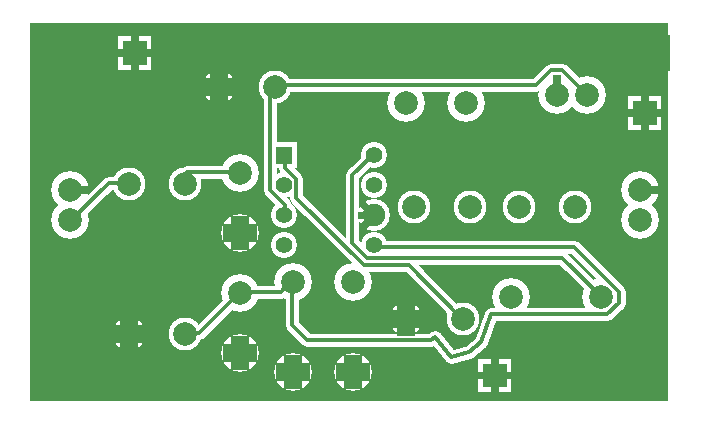
<source format=gbr>
%FSLAX34Y34*%
%MOMM*%
%LNCOPPER_BOTTOM*%
G71*
G01*
%ADD10C,2.200*%
%ADD11C,3.200*%
%ADD12C,2.800*%
%ADD13C,2.700*%
%ADD14C,1.100*%
%ADD15C,4.200*%
%ADD16C,0.667*%
%ADD17C,0.813*%
%ADD18C,1.527*%
%ADD19C,0.646*%
%ADD20C,2.973*%
%ADD21C,1.400*%
%ADD22C,2.000*%
%ADD23C,1.900*%
%ADD24C,0.300*%
%ADD25C,4.000*%
%LPD*%
G36*
X0Y317500D02*
X540000Y317500D01*
X540000Y-2500D01*
X0Y-2500D01*
X0Y317500D01*
G37*
%LPC*%
G36*
X226476Y216475D02*
X226476Y194475D01*
X204476Y194475D01*
X204476Y216475D01*
X226476Y216475D01*
G37*
X215475Y180075D02*
G54D10*
D03*
X215476Y154675D02*
G54D10*
D03*
X215476Y129275D02*
G54D10*
D03*
X291676Y129275D02*
G54D10*
D03*
X291676Y154675D02*
G54D10*
D03*
X291675Y180075D02*
G54D10*
D03*
X291675Y205475D02*
G54D10*
D03*
X178131Y139557D02*
G54D11*
D03*
X178019Y190537D02*
G54D11*
D03*
X83732Y181100D02*
G54D12*
D03*
X131532Y181100D02*
G54D12*
D03*
X83732Y54100D02*
G54D12*
D03*
X131532Y54100D02*
G54D12*
D03*
X178131Y37957D02*
G54D11*
D03*
X178019Y88937D02*
G54D11*
D03*
X222855Y22023D02*
G54D11*
D03*
X222905Y98273D02*
G54D11*
D03*
X273655Y22023D02*
G54D11*
D03*
X273705Y98273D02*
G54D11*
D03*
X318682Y66800D02*
G54D12*
D03*
X366482Y66800D02*
G54D12*
D03*
X325032Y162050D02*
G54D12*
D03*
X372832Y162050D02*
G54D12*
D03*
X159932Y263650D02*
G54D12*
D03*
X207732Y263650D02*
G54D12*
D03*
X446225Y256575D02*
G54D11*
D03*
X471725Y256575D02*
G54D11*
D03*
X178131Y139557D02*
G54D12*
D03*
X291676Y154675D02*
G54D13*
D03*
X222855Y22023D02*
G54D12*
D03*
X273655Y22023D02*
G54D12*
D03*
X34026Y176464D02*
G54D11*
D03*
X34026Y150964D02*
G54D11*
D03*
X516626Y176464D02*
G54D11*
D03*
X516626Y150964D02*
G54D11*
D03*
X318682Y66800D02*
G54D12*
D03*
X178131Y37957D02*
G54D12*
D03*
X178131Y37957D02*
G54D12*
D03*
X83732Y54100D02*
G54D12*
D03*
X159932Y263650D02*
G54D12*
D03*
X407582Y85650D02*
G54D11*
D03*
X483832Y85600D02*
G54D11*
D03*
X318299Y249455D02*
G54D11*
D03*
X369279Y249567D02*
G54D11*
D03*
X413932Y162050D02*
G54D12*
D03*
X461732Y162050D02*
G54D12*
D03*
G54D14*
X34026Y150963D02*
X35000Y150375D01*
X66750Y182125D01*
X88975Y182125D01*
X90082Y181100D01*
G54D14*
X125182Y181100D02*
X123900Y182125D01*
X133425Y191650D01*
X177875Y191650D01*
X178019Y190537D01*
G54D14*
X201382Y263650D02*
X200100Y264675D01*
X203275Y261500D01*
X203275Y175775D01*
X215975Y163075D01*
X215975Y153550D01*
X215475Y154675D01*
G54D14*
X471725Y256575D02*
X473150Y255150D01*
X450925Y277375D01*
X441400Y277375D01*
X428700Y264675D01*
X200100Y264675D01*
X201382Y263650D01*
G54D14*
X483832Y85600D02*
X482675Y86875D01*
X450925Y118625D01*
X285825Y118625D01*
X273125Y131325D01*
X273125Y188475D01*
X289000Y204350D01*
X292175Y204350D01*
X291675Y205475D01*
G54D14*
X366482Y66800D02*
X365200Y67825D01*
X320750Y112275D01*
X282650Y112275D01*
X225500Y169425D01*
X225500Y185300D01*
X215975Y194825D01*
X215975Y204350D01*
X215475Y205475D01*
G54D14*
X222905Y98273D02*
X222325Y99575D01*
X222325Y61475D01*
X235025Y48775D01*
X339800Y48775D01*
X342975Y51950D01*
X356782Y34850D01*
X371550Y39250D01*
X382182Y47550D01*
X390600Y71000D01*
X489025Y71000D01*
X498550Y80525D01*
X498550Y90050D01*
X460450Y128150D01*
X292175Y128150D01*
X291675Y129275D01*
G54D14*
X222905Y98273D02*
X222325Y99575D01*
X212800Y90050D01*
X177875Y90050D01*
X178019Y88937D01*
G54D14*
X178019Y88937D02*
X177875Y90050D01*
X142950Y55125D01*
X123900Y55125D01*
X125182Y54100D01*
G36*
X379700Y33050D02*
X407700Y33050D01*
X407700Y5050D01*
X379700Y5050D01*
X379700Y33050D01*
G37*
X25400Y292100D02*
G54D15*
D03*
X25400Y25400D02*
G54D15*
D03*
X508000Y25400D02*
G54D15*
D03*
X520700Y292100D02*
G54D15*
D03*
G36*
X74900Y306100D02*
X102900Y306100D01*
X102900Y278100D01*
X74900Y278100D01*
X74900Y306100D01*
G37*
G36*
X506700Y255300D02*
X534700Y255300D01*
X534700Y227300D01*
X506700Y227300D01*
X506700Y255300D01*
G37*
%LPD*%
G54D16*
G36*
X442892Y256575D02*
X442892Y273075D01*
X449558Y273075D01*
X449558Y256575D01*
X442892Y256575D01*
G37*
G54D17*
G54D18*
G36*
X170498Y139557D02*
X170498Y154057D01*
X185764Y154057D01*
X185764Y139557D01*
X170498Y139557D01*
G37*
G36*
X178131Y147190D02*
X192631Y147190D01*
X192631Y131924D01*
X178131Y131924D01*
X178131Y147190D01*
G37*
G36*
X185764Y139557D02*
X185764Y125057D01*
X170498Y125057D01*
X170498Y139557D01*
X185764Y139557D01*
G37*
G36*
X178131Y131924D02*
X163631Y131924D01*
X163631Y147190D01*
X178131Y147190D01*
X178131Y131924D01*
G37*
G54D19*
G36*
X293959Y152391D02*
X284060Y142492D01*
X279492Y147060D01*
X289392Y156959D01*
X293959Y152391D01*
G37*
G36*
X291676Y151445D02*
X277676Y151445D01*
X277676Y157905D01*
X291676Y157905D01*
X291676Y151445D01*
G37*
G36*
X289392Y152391D02*
X279492Y162291D01*
X284060Y166859D01*
X293959Y156959D01*
X289392Y152391D01*
G37*
G54D18*
G36*
X215222Y22023D02*
X215222Y36523D01*
X230489Y36523D01*
X230489Y22023D01*
X215222Y22023D01*
G37*
G36*
X222855Y29656D02*
X237355Y29656D01*
X237355Y14390D01*
X222855Y14390D01*
X222855Y29656D01*
G37*
G36*
X230489Y22023D02*
X230489Y7523D01*
X215222Y7523D01*
X215222Y22023D01*
X230489Y22023D01*
G37*
G36*
X222855Y14390D02*
X208355Y14390D01*
X208355Y29656D01*
X222855Y29656D01*
X222855Y14390D01*
G37*
G54D18*
G36*
X266022Y22023D02*
X266022Y36523D01*
X281289Y36523D01*
X281289Y22023D01*
X266022Y22023D01*
G37*
G36*
X273655Y29656D02*
X288155Y29656D01*
X288155Y14390D01*
X273655Y14390D01*
X273655Y29656D01*
G37*
G36*
X281289Y22023D02*
X281289Y7523D01*
X266022Y7523D01*
X266022Y22023D01*
X281289Y22023D01*
G37*
G36*
X273655Y14390D02*
X259155Y14390D01*
X259155Y29656D01*
X273655Y29656D01*
X273655Y14390D01*
G37*
G54D16*
G36*
X34026Y179797D02*
X50526Y179797D01*
X50526Y173130D01*
X34026Y173130D01*
X34026Y179797D01*
G37*
G54D17*
G54D16*
G36*
X516626Y179797D02*
X533126Y179797D01*
X533126Y173130D01*
X516626Y173130D01*
X516626Y179797D01*
G37*
G54D17*
G54D18*
G36*
X311049Y66800D02*
X311049Y81300D01*
X326315Y81300D01*
X326315Y66800D01*
X311049Y66800D01*
G37*
G36*
X318682Y74433D02*
X333182Y74433D01*
X333182Y59167D01*
X318682Y59167D01*
X318682Y74433D01*
G37*
G36*
X326315Y66800D02*
X326315Y52300D01*
X311049Y52300D01*
X311049Y66800D01*
X326315Y66800D01*
G37*
G36*
X318682Y59167D02*
X304182Y59167D01*
X304182Y74433D01*
X318682Y74433D01*
X318682Y59167D01*
G37*
G54D18*
G36*
X185765Y37957D02*
X185765Y23457D01*
X170498Y23457D01*
X170498Y37957D01*
X185765Y37957D01*
G37*
G54D18*
G36*
X170498Y37957D02*
X170498Y52457D01*
X185765Y52457D01*
X185765Y37957D01*
X170498Y37957D01*
G37*
G36*
X178131Y45590D02*
X192631Y45590D01*
X192631Y30323D01*
X178131Y30323D01*
X178131Y45590D01*
G37*
G36*
X185765Y37957D02*
X185765Y23457D01*
X170498Y23457D01*
X170498Y37957D01*
X185765Y37957D01*
G37*
G36*
X178131Y30323D02*
X163631Y30323D01*
X163631Y45590D01*
X178131Y45590D01*
X178131Y30323D01*
G37*
G54D18*
G36*
X76099Y54100D02*
X76099Y68600D01*
X91365Y68600D01*
X91365Y54100D01*
X76099Y54100D01*
G37*
G36*
X83732Y61733D02*
X98232Y61733D01*
X98232Y46467D01*
X83732Y46467D01*
X83732Y61733D01*
G37*
G36*
X91365Y54100D02*
X91365Y39600D01*
X76099Y39600D01*
X76099Y54100D01*
X91365Y54100D01*
G37*
G36*
X83732Y46467D02*
X69232Y46467D01*
X69232Y61733D01*
X83732Y61733D01*
X83732Y46467D01*
G37*
G54D18*
G36*
X152299Y263650D02*
X152299Y278150D01*
X167565Y278150D01*
X167565Y263650D01*
X152299Y263650D01*
G37*
G36*
X159932Y271283D02*
X174432Y271283D01*
X174432Y256017D01*
X159932Y256017D01*
X159932Y271283D01*
G37*
G36*
X167565Y263650D02*
X167565Y249150D01*
X152299Y249150D01*
X152299Y263650D01*
X167565Y263650D01*
G37*
G36*
X159932Y256017D02*
X145432Y256017D01*
X145432Y271283D01*
X159932Y271283D01*
X159932Y256017D01*
G37*
G54D16*
G36*
X390367Y19050D02*
X390367Y33550D01*
X397033Y33550D01*
X397033Y19050D01*
X390367Y19050D01*
G37*
G36*
X393700Y22383D02*
X408200Y22383D01*
X408200Y15717D01*
X393700Y15717D01*
X393700Y22383D01*
G37*
G36*
X397033Y19050D02*
X397033Y4550D01*
X390367Y4550D01*
X390367Y19050D01*
X397033Y19050D01*
G37*
G36*
X393700Y15717D02*
X379200Y15717D01*
X379200Y22383D01*
X393700Y22383D01*
X393700Y15717D01*
G37*
G54D20*
G36*
X25400Y306967D02*
X46900Y306967D01*
X46900Y277233D01*
X25400Y277233D01*
X25400Y306967D01*
G37*
G36*
X40267Y292100D02*
X40267Y270600D01*
X10533Y270600D01*
X10533Y292100D01*
X40267Y292100D01*
G37*
G36*
X25400Y277233D02*
X3900Y277233D01*
X3900Y306967D01*
X25400Y306967D01*
X25400Y277233D01*
G37*
G36*
X10533Y292100D02*
X10533Y313600D01*
X40267Y313600D01*
X40267Y292100D01*
X10533Y292100D01*
G37*
G54D20*
G36*
X25400Y40267D02*
X46900Y40267D01*
X46900Y10533D01*
X25400Y10533D01*
X25400Y40267D01*
G37*
G36*
X40267Y25400D02*
X40267Y3900D01*
X10533Y3900D01*
X10533Y25400D01*
X40267Y25400D01*
G37*
G36*
X25400Y10533D02*
X3900Y10533D01*
X3900Y40267D01*
X25400Y40267D01*
X25400Y10533D01*
G37*
G36*
X10533Y25400D02*
X10533Y46900D01*
X40267Y46900D01*
X40267Y25400D01*
X10533Y25400D01*
G37*
G54D20*
G36*
X508000Y40267D02*
X529500Y40267D01*
X529500Y10533D01*
X508000Y10533D01*
X508000Y40267D01*
G37*
G36*
X522867Y25400D02*
X522867Y3900D01*
X493133Y3900D01*
X493133Y25400D01*
X522867Y25400D01*
G37*
G36*
X508000Y10533D02*
X486500Y10533D01*
X486500Y40267D01*
X508000Y40267D01*
X508000Y10533D01*
G37*
G36*
X493133Y25400D02*
X493133Y46900D01*
X522867Y46900D01*
X522867Y25400D01*
X493133Y25400D01*
G37*
G54D20*
G36*
X520700Y306967D02*
X542200Y306967D01*
X542200Y277233D01*
X520700Y277233D01*
X520700Y306967D01*
G37*
G36*
X535567Y292100D02*
X535567Y270600D01*
X505833Y270600D01*
X505833Y292100D01*
X535567Y292100D01*
G37*
G36*
X520700Y277233D02*
X499200Y277233D01*
X499200Y306967D01*
X520700Y306967D01*
X520700Y277233D01*
G37*
G36*
X505833Y292100D02*
X505833Y313600D01*
X535567Y313600D01*
X535567Y292100D01*
X505833Y292100D01*
G37*
G54D16*
G36*
X85567Y292100D02*
X85567Y306600D01*
X92233Y306600D01*
X92233Y292100D01*
X85567Y292100D01*
G37*
G36*
X88900Y295433D02*
X103400Y295433D01*
X103400Y288767D01*
X88900Y288767D01*
X88900Y295433D01*
G37*
G36*
X92233Y292100D02*
X92233Y277600D01*
X85567Y277600D01*
X85567Y292100D01*
X92233Y292100D01*
G37*
G36*
X88900Y288767D02*
X74400Y288767D01*
X74400Y295433D01*
X88900Y295433D01*
X88900Y288767D01*
G37*
G54D16*
G36*
X517367Y241300D02*
X517367Y255800D01*
X524033Y255800D01*
X524033Y241300D01*
X517367Y241300D01*
G37*
G36*
X520700Y244633D02*
X535200Y244633D01*
X535200Y237967D01*
X520700Y237967D01*
X520700Y244633D01*
G37*
G36*
X524033Y241300D02*
X524033Y226800D01*
X517367Y226800D01*
X517367Y241300D01*
X524033Y241300D01*
G37*
G36*
X520700Y237967D02*
X506200Y237967D01*
X506200Y244633D01*
X520700Y244633D01*
X520700Y237967D01*
G37*
G36*
X222476Y212475D02*
X222476Y198475D01*
X208476Y198475D01*
X208476Y212475D01*
X222476Y212475D01*
G37*
X215475Y180075D02*
G54D21*
D03*
X215476Y154675D02*
G54D21*
D03*
X215476Y129275D02*
G54D21*
D03*
X291676Y129275D02*
G54D21*
D03*
X291676Y154675D02*
G54D21*
D03*
X291675Y180075D02*
G54D21*
D03*
X291675Y205475D02*
G54D21*
D03*
X178131Y139557D02*
G54D22*
D03*
X178019Y190537D02*
G54D22*
D03*
X83732Y181100D02*
G54D22*
D03*
X131532Y181100D02*
G54D22*
D03*
X83732Y54100D02*
G54D22*
D03*
X131532Y54100D02*
G54D22*
D03*
X178131Y37957D02*
G54D22*
D03*
X178019Y88937D02*
G54D22*
D03*
X222855Y22023D02*
G54D22*
D03*
X222905Y98273D02*
G54D22*
D03*
X273655Y22023D02*
G54D22*
D03*
X273705Y98273D02*
G54D22*
D03*
X318682Y66800D02*
G54D22*
D03*
X366482Y66800D02*
G54D22*
D03*
X325032Y162050D02*
G54D22*
D03*
X372832Y162050D02*
G54D22*
D03*
X159932Y263650D02*
G54D22*
D03*
X207732Y263650D02*
G54D22*
D03*
X446225Y256575D02*
G54D22*
D03*
X471725Y256575D02*
G54D22*
D03*
X178131Y139557D02*
G54D22*
D03*
X291676Y154675D02*
G54D23*
D03*
X222855Y22023D02*
G54D22*
D03*
X273655Y22023D02*
G54D22*
D03*
X34026Y176464D02*
G54D22*
D03*
X34026Y150964D02*
G54D22*
D03*
X516626Y176464D02*
G54D22*
D03*
X516626Y150964D02*
G54D22*
D03*
X318682Y66800D02*
G54D22*
D03*
X178131Y37957D02*
G54D22*
D03*
X178131Y37957D02*
G54D22*
D03*
X83732Y54100D02*
G54D22*
D03*
X159932Y263650D02*
G54D22*
D03*
X407582Y85650D02*
G54D22*
D03*
X483832Y85600D02*
G54D22*
D03*
X318299Y249455D02*
G54D22*
D03*
X369279Y249567D02*
G54D22*
D03*
X413932Y162050D02*
G54D22*
D03*
X461732Y162050D02*
G54D22*
D03*
G54D24*
X34026Y150963D02*
X35000Y150375D01*
X66750Y182125D01*
X88975Y182125D01*
X90082Y181100D01*
G54D24*
X125182Y181100D02*
X123900Y182125D01*
X133425Y191650D01*
X177875Y191650D01*
X178019Y190537D01*
G54D24*
X201382Y263650D02*
X200100Y264675D01*
X203275Y261500D01*
X203275Y175775D01*
X215975Y163075D01*
X215975Y153550D01*
X215475Y154675D01*
G54D24*
X471725Y256575D02*
X473150Y255150D01*
X450925Y277375D01*
X441400Y277375D01*
X428700Y264675D01*
X200100Y264675D01*
X201382Y263650D01*
G54D24*
X483832Y85600D02*
X482675Y86875D01*
X450925Y118625D01*
X285825Y118625D01*
X273125Y131325D01*
X273125Y188475D01*
X289000Y204350D01*
X292175Y204350D01*
X291675Y205475D01*
G54D24*
X366482Y66800D02*
X365200Y67825D01*
X320750Y112275D01*
X282650Y112275D01*
X225500Y169425D01*
X225500Y185300D01*
X215975Y194825D01*
X215975Y204350D01*
X215475Y205475D01*
G54D24*
X222905Y98273D02*
X222325Y99575D01*
X222325Y61475D01*
X235025Y48775D01*
X339800Y48775D01*
X342975Y51950D01*
X356782Y34850D01*
X371550Y39250D01*
X382182Y47550D01*
X390600Y71000D01*
X489025Y71000D01*
X498550Y80525D01*
X498550Y90050D01*
X460450Y128150D01*
X292175Y128150D01*
X291675Y129275D01*
G54D24*
X222905Y98273D02*
X222325Y99575D01*
X212800Y90050D01*
X177875Y90050D01*
X178019Y88937D01*
G54D24*
X178019Y88937D02*
X177875Y90050D01*
X142950Y55125D01*
X123900Y55125D01*
X125182Y54100D01*
G36*
X383700Y29050D02*
X403700Y29050D01*
X403700Y9050D01*
X383700Y9050D01*
X383700Y29050D01*
G37*
X25400Y292100D02*
G54D25*
D03*
X25400Y25400D02*
G54D25*
D03*
X508000Y25400D02*
G54D25*
D03*
X520700Y292100D02*
G54D25*
D03*
G36*
X78900Y302100D02*
X98900Y302100D01*
X98900Y282100D01*
X78900Y282100D01*
X78900Y302100D01*
G37*
G36*
X510700Y251300D02*
X530700Y251300D01*
X530700Y231300D01*
X510700Y231300D01*
X510700Y251300D01*
G37*
M02*

</source>
